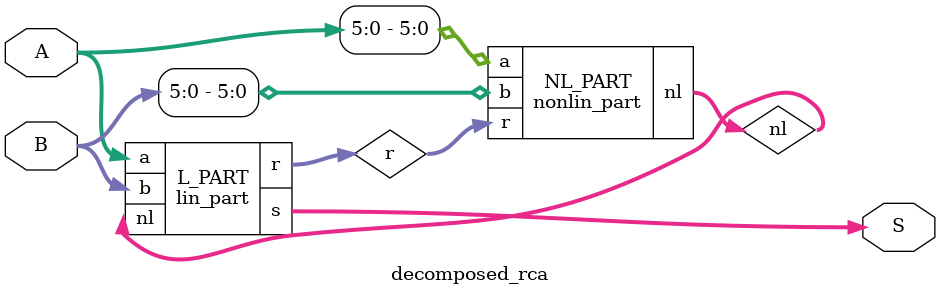
<source format=v>


module nonlin_part ( a, b, r, nl );
  input [5:0] a;
  input [5:0] b;
  input [3:0] r;
  output [15:0] nl;


  AN2D0 U1 ( .A1(r[1]), .A2(b[3]), .Z(nl[9]) );
  AN2D0 U2 ( .A1(a[3]), .A2(r[1]), .Z(nl[8]) );
  AN2D0 U3 ( .A1(a[3]), .A2(b[3]), .Z(nl[7]) );
  AN2D0 U4 ( .A1(r[0]), .A2(b[2]), .Z(nl[6]) );
  AN2D0 U5 ( .A1(a[2]), .A2(r[0]), .Z(nl[5]) );
  AN2D0 U6 ( .A1(a[2]), .A2(b[2]), .Z(nl[4]) );
  AN2D0 U7 ( .A1(b[1]), .A2(nl[0]), .Z(nl[3]) );
  AN2D0 U8 ( .A1(a[1]), .A2(nl[0]), .Z(nl[2]) );
  AN2D0 U9 ( .A1(a[1]), .A2(b[1]), .Z(nl[1]) );
  AN2D0 U10 ( .A1(r[3]), .A2(b[5]), .Z(nl[15]) );
  AN2D0 U11 ( .A1(a[5]), .A2(r[3]), .Z(nl[14]) );
  AN2D0 U12 ( .A1(a[5]), .A2(b[5]), .Z(nl[13]) );
  AN2D0 U13 ( .A1(r[2]), .A2(b[4]), .Z(nl[12]) );
  AN2D0 U14 ( .A1(a[4]), .A2(r[2]), .Z(nl[11]) );
  AN2D0 U15 ( .A1(a[4]), .A2(b[4]), .Z(nl[10]) );
  AN2D0 U16 ( .A1(b[0]), .A2(a[0]), .Z(nl[0]) );
endmodule


module lin_part ( a, b, nl, s, r );
  input [6:0] a;
  input [6:0] b;
  input [15:0] nl;
  output [6:0] s;
  output [3:0] r;
  wire   n1;

  XOR3D0 U1 ( .A1(b[6]), .A2(a[6]), .A3(n1), .Z(s[6]) );
  XOR3D0 U2 ( .A1(nl[15]), .A2(nl[14]), .A3(nl[13]), .Z(n1) );
  XOR3D0 U3 ( .A1(b[5]), .A2(a[5]), .A3(r[3]), .Z(s[5]) );
  XOR3D0 U4 ( .A1(b[4]), .A2(a[4]), .A3(r[2]), .Z(s[4]) );
  XOR3D0 U5 ( .A1(b[3]), .A2(a[3]), .A3(r[1]), .Z(s[3]) );
  XOR3D0 U6 ( .A1(b[2]), .A2(a[2]), .A3(r[0]), .Z(s[2]) );
  XOR3D0 U7 ( .A1(nl[0]), .A2(b[1]), .A3(a[1]), .Z(s[1]) );
  XOR2D0 U8 ( .A1(b[0]), .A2(a[0]), .Z(s[0]) );
  XOR3D0 U9 ( .A1(nl[12]), .A2(nl[11]), .A3(nl[10]), .Z(r[3]) );
  XOR3D0 U10 ( .A1(nl[9]), .A2(nl[8]), .A3(nl[7]), .Z(r[2]) );
  XOR3D0 U11 ( .A1(nl[6]), .A2(nl[5]), .A3(nl[4]), .Z(r[1]) );
  XOR3D0 U12 ( .A1(nl[3]), .A2(nl[2]), .A3(nl[1]), .Z(r[0]) );
endmodule


module decomposed_rca ( A, B, S );
  input [6:0] A;
  input [6:0] B;
  output [6:0] S;

  wire   [3:0] r;
  wire   [15:0] nl;

  nonlin_part NL_PART ( .a(A[5:0]), .b(B[5:0]), .r(r), .nl(nl) );
  lin_part L_PART ( .a(A), .b(B), .nl(nl), .s(S), .r(r) );
endmodule


</source>
